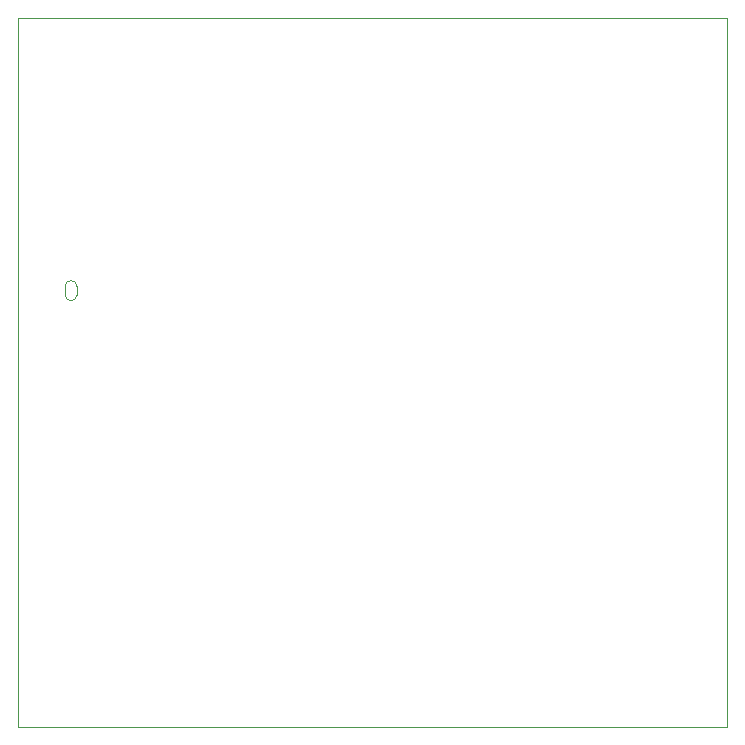
<source format=gbr>
%TF.GenerationSoftware,KiCad,Pcbnew,8.0.1-rc2*%
%TF.CreationDate,2025-04-23T09:22:46+02:00*%
%TF.ProjectId,feather_mainboard,66656174-6865-4725-9f6d-61696e626f61,1*%
%TF.SameCoordinates,Original*%
%TF.FileFunction,Profile,NP*%
%FSLAX46Y46*%
G04 Gerber Fmt 4.6, Leading zero omitted, Abs format (unit mm)*
G04 Created by KiCad (PCBNEW 8.0.1-rc2) date 2025-04-23 09:22:46*
%MOMM*%
%LPD*%
G01*
G04 APERTURE LIST*
%TA.AperFunction,Profile*%
%ADD10C,0.050000*%
%TD*%
%TA.AperFunction,Profile*%
%ADD11C,0.010000*%
%TD*%
G04 APERTURE END LIST*
D10*
X168000000Y-73400000D02*
X168000000Y-133400000D01*
X108000000Y-73400000D02*
X168000000Y-73400000D01*
X108000000Y-133400000D02*
X108000000Y-73400000D01*
X168000000Y-133400000D02*
X108000000Y-133400000D01*
D11*
%TO.C,J6*%
X111985000Y-96100000D02*
X111985000Y-96800000D01*
X112985000Y-96800000D02*
X112985000Y-96100000D01*
X111985000Y-96100000D02*
G75*
G02*
X112985000Y-96100000I500000J0D01*
G01*
X112985000Y-96800000D02*
G75*
G02*
X111985000Y-96800000I-500000J0D01*
G01*
%TD*%
M02*

</source>
